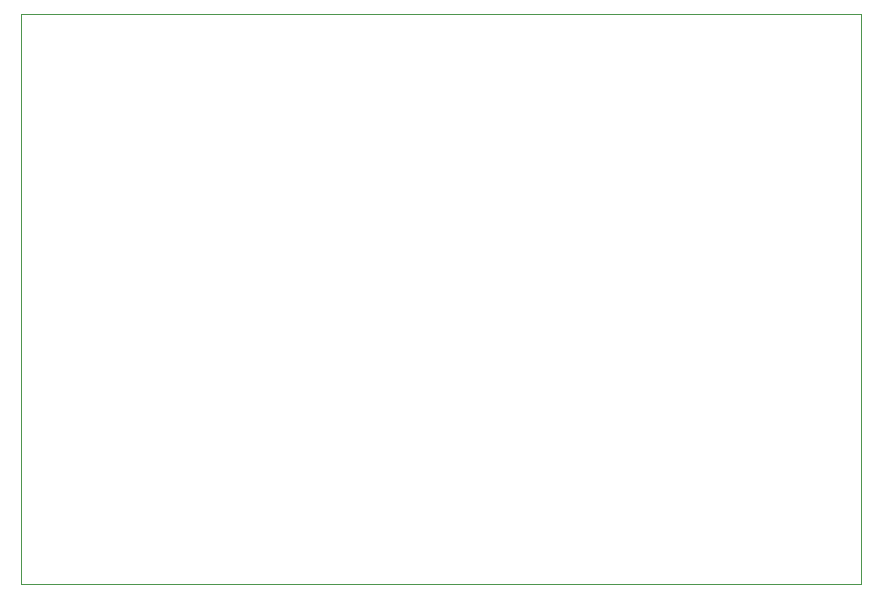
<source format=gbr>
G04 #@! TF.GenerationSoftware,KiCad,Pcbnew,5.1.4+dfsg1-1~bpo10+1*
G04 #@! TF.CreationDate,2021-01-21T15:59:20-08:00*
G04 #@! TF.ProjectId,KarisGiftPCB,4b617269-7347-4696-9674-5043422e6b69,rev?*
G04 #@! TF.SameCoordinates,Original*
G04 #@! TF.FileFunction,Profile,NP*
%FSLAX46Y46*%
G04 Gerber Fmt 4.6, Leading zero omitted, Abs format (unit mm)*
G04 Created by KiCad (PCBNEW 5.1.4+dfsg1-1~bpo10+1) date 2021-01-21 15:59:20*
%MOMM*%
%LPD*%
G04 APERTURE LIST*
%ADD10C,0.050000*%
G04 APERTURE END LIST*
D10*
X130810000Y-67310000D02*
X59690000Y-67310000D01*
X130810000Y-115570000D02*
X130810000Y-67310000D01*
X59690000Y-115570000D02*
X130810000Y-115570000D01*
X59690000Y-67310000D02*
X59690000Y-115570000D01*
M02*

</source>
